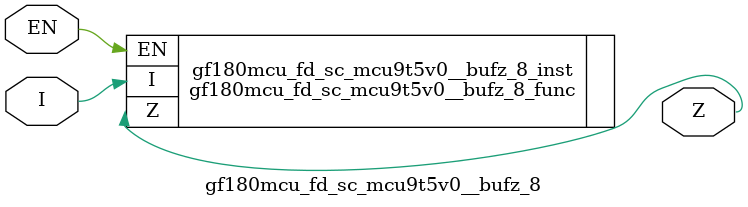
<source format=v>

module gf180mcu_fd_sc_mcu9t5v0__bufz_8( EN, I, Z );
input EN, I;
output Z;

   `ifdef FUNCTIONAL  //  functional //

	gf180mcu_fd_sc_mcu9t5v0__bufz_8_func gf180mcu_fd_sc_mcu9t5v0__bufz_8_behav_inst(.EN(EN),.I(I),.Z(Z));

   `else

	gf180mcu_fd_sc_mcu9t5v0__bufz_8_func gf180mcu_fd_sc_mcu9t5v0__bufz_8_inst(.EN(EN),.I(I),.Z(Z));

	// spec_gates_begin


	// spec_gates_end



   specify

	// specify_block_begin

	// comb arc EN --> Z
	 (EN => Z) = (1.0,1.0);

	// comb arc I --> Z
	 (I => Z) = (1.0,1.0);

	// specify_block_end

   endspecify

   `endif

endmodule

</source>
